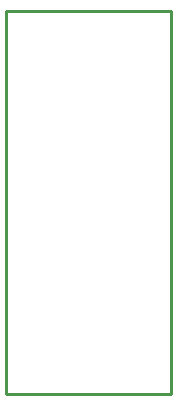
<source format=gm1>
G04*
G04 #@! TF.GenerationSoftware,Altium Limited,Altium Designer,21.2.2 (38)*
G04*
G04 Layer_Color=16711935*
%FSAX44Y44*%
%MOMM*%
G71*
G04*
G04 #@! TF.SameCoordinates,B3D4D19D-0097-4332-AE52-39C81B215F30*
G04*
G04*
G04 #@! TF.FilePolarity,Positive*
G04*
G01*
G75*
%ADD10C,0.2540*%
D10*
X00254000Y00254000D02*
X00393700D01*
Y00577850D01*
X00254000D02*
X00393700D01*
X00254000Y00254000D02*
Y00577850D01*
M02*

</source>
